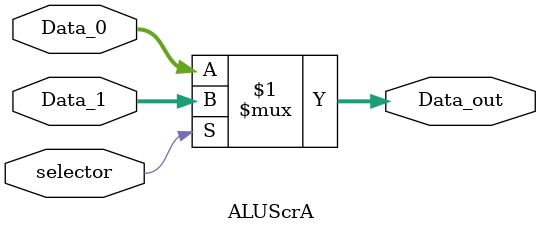
<source format=v>
module ALUScrA(
    input wire              selector,
    input wire      [31:0]  Data_0,
    input wire      [31:0]  Data_1,
    output wire     [31:0]  Data_out
);
    // caso o seletor for 1, vai pegar Data_1. Data_0 caso contrário
    assign Data_out = (selector) ? Data_1 : Data_0;

endmodule

// Completar esse mux depois!!
// Data_0 = PC
// Data_1 = A
</source>
